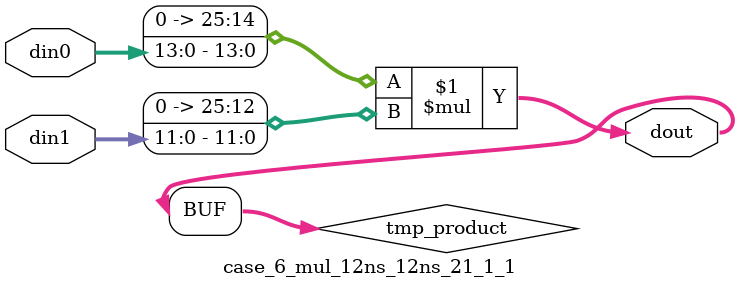
<source format=v>

`timescale 1 ns / 1 ps

 (* use_dsp = "no" *)  module case_6_mul_12ns_12ns_21_1_1(din0, din1, dout);
parameter ID = 1;
parameter NUM_STAGE = 0;
parameter din0_WIDTH = 14;
parameter din1_WIDTH = 12;
parameter dout_WIDTH = 26;

input [din0_WIDTH - 1 : 0] din0; 
input [din1_WIDTH - 1 : 0] din1; 
output [dout_WIDTH - 1 : 0] dout;

wire signed [dout_WIDTH - 1 : 0] tmp_product;
























assign tmp_product = $signed({1'b0, din0}) * $signed({1'b0, din1});











assign dout = tmp_product;





















endmodule

</source>
